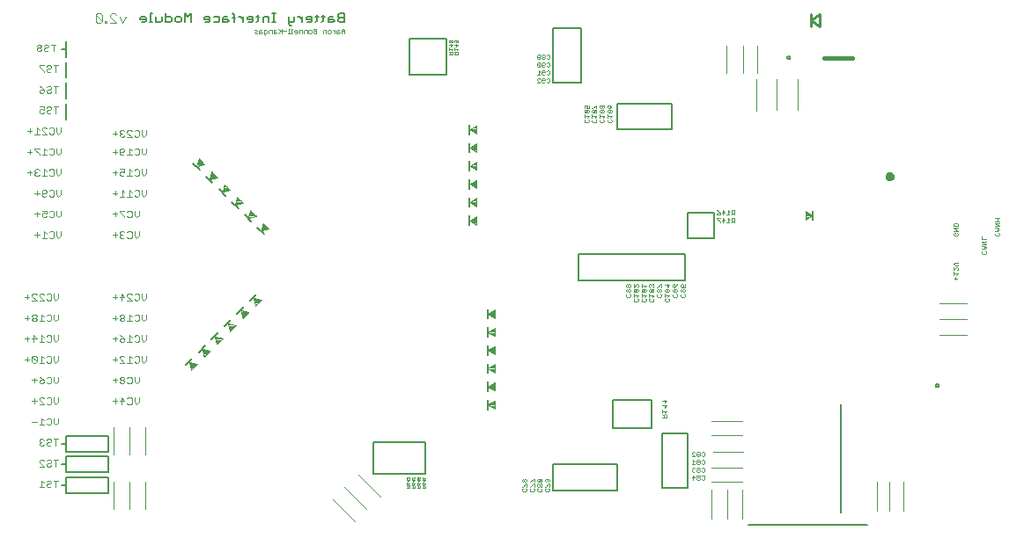
<source format=gbo>
G75*
G70*
%OFA0B0*%
%FSLAX24Y24*%
%IPPOS*%
%LPD*%
%AMOC8*
5,1,8,0,0,1.08239X$1,22.5*
%
%ADD10C,0.0059*%
%ADD11C,0.0020*%
%ADD12C,0.0030*%
%ADD13C,0.0040*%
%ADD14C,0.0060*%
%ADD15C,0.0039*%
%ADD16C,0.0080*%
%ADD17C,0.0050*%
%ADD18C,0.0150*%
%ADD19C,0.0100*%
%ADD20C,0.0010*%
%ADD21C,0.0079*%
%ADD22C,0.0157*%
D10*
X006342Y004616D02*
X006342Y004911D01*
X006145Y004911D01*
X006342Y004911D02*
X006342Y005206D01*
X007917Y005206D01*
X007917Y004616D01*
X006342Y004616D01*
X006342Y005403D02*
X006342Y005698D01*
X006145Y005698D01*
X006342Y005698D02*
X006342Y005994D01*
X007917Y005994D01*
X007917Y005403D01*
X006342Y005403D01*
X006342Y006190D02*
X006342Y006486D01*
X006145Y006486D01*
X006342Y006486D02*
X006342Y006781D01*
X007917Y006781D01*
X007917Y006190D01*
X006342Y006190D01*
X017956Y006535D02*
X017956Y005354D01*
X019925Y005354D01*
X019925Y006535D01*
X017956Y006535D01*
X024748Y005698D02*
X024748Y004714D01*
X027208Y004714D01*
X027208Y005698D01*
X024748Y005698D01*
X027011Y007076D02*
X027011Y008159D01*
X028488Y008159D01*
X028488Y007076D01*
X027011Y007076D01*
X028882Y006879D02*
X028882Y004812D01*
X029866Y004812D01*
X029866Y006879D01*
X028882Y006879D01*
X029767Y012686D02*
X025732Y012686D01*
X025732Y013671D01*
X029767Y013671D01*
X029767Y012686D01*
X029866Y014261D02*
X030850Y014261D01*
X030850Y015246D01*
X029866Y015246D01*
X029866Y014261D01*
X029275Y018395D02*
X027208Y018395D01*
X027208Y019379D01*
X029275Y019379D01*
X029275Y018395D01*
X025830Y020167D02*
X025830Y022234D01*
X024748Y022234D01*
X024748Y020167D01*
X025830Y020167D01*
X020712Y020462D02*
X020712Y021840D01*
X019334Y021840D01*
X019334Y020462D01*
X020712Y020462D01*
X006342Y020364D02*
X006342Y020954D01*
X006342Y021151D02*
X006342Y021446D01*
X006145Y021446D01*
X006342Y021446D02*
X006342Y021742D01*
X006342Y020167D02*
X006342Y019576D01*
X006342Y019379D02*
X006342Y018789D01*
D11*
X013454Y022076D02*
X013483Y022106D01*
X013542Y022106D01*
X013571Y022135D01*
X013542Y022165D01*
X013454Y022165D01*
X013454Y022076D02*
X013483Y022047D01*
X013571Y022047D01*
X013635Y022047D02*
X013723Y022047D01*
X013753Y022076D01*
X013723Y022106D01*
X013635Y022106D01*
X013635Y022135D02*
X013635Y022047D01*
X013635Y022135D02*
X013664Y022165D01*
X013723Y022165D01*
X013816Y022165D02*
X013904Y022165D01*
X013934Y022135D01*
X013934Y022076D01*
X013904Y022047D01*
X013816Y022047D01*
X013816Y022017D02*
X013816Y022165D01*
X013816Y022017D02*
X013845Y021988D01*
X013875Y021988D01*
X013997Y022047D02*
X013997Y022135D01*
X014027Y022165D01*
X014115Y022165D01*
X014115Y022047D01*
X014178Y022047D02*
X014267Y022047D01*
X014296Y022076D01*
X014267Y022106D01*
X014178Y022106D01*
X014178Y022135D02*
X014178Y022047D01*
X014178Y022135D02*
X014208Y022165D01*
X014267Y022165D01*
X014360Y022224D02*
X014478Y022106D01*
X014448Y022135D02*
X014360Y022047D01*
X014478Y022047D02*
X014478Y022224D01*
X014541Y022135D02*
X014659Y022135D01*
X014721Y022047D02*
X014780Y022047D01*
X014750Y022047D02*
X014750Y022224D01*
X014780Y022224D01*
X014871Y022224D02*
X014871Y022047D01*
X014900Y022047D02*
X014841Y022047D01*
X014964Y022106D02*
X015082Y022106D01*
X015082Y022135D02*
X015052Y022165D01*
X014993Y022165D01*
X014964Y022135D01*
X014964Y022106D01*
X014993Y022047D02*
X015052Y022047D01*
X015082Y022076D01*
X015082Y022135D01*
X015145Y022135D02*
X015145Y022047D01*
X015145Y022135D02*
X015174Y022165D01*
X015263Y022165D01*
X015263Y022047D01*
X015326Y022047D02*
X015326Y022135D01*
X015356Y022165D01*
X015444Y022165D01*
X015444Y022047D01*
X015507Y022076D02*
X015507Y022135D01*
X015537Y022165D01*
X015596Y022165D01*
X015625Y022135D01*
X015625Y022076D01*
X015596Y022047D01*
X015537Y022047D01*
X015507Y022076D01*
X015689Y022076D02*
X015718Y022047D01*
X015807Y022047D01*
X015807Y022224D01*
X015718Y022224D01*
X015689Y022194D01*
X015689Y022165D01*
X015718Y022135D01*
X015807Y022135D01*
X015718Y022135D02*
X015689Y022106D01*
X015689Y022076D01*
X016051Y022047D02*
X016051Y022135D01*
X016081Y022165D01*
X016169Y022165D01*
X016169Y022047D01*
X016232Y022076D02*
X016232Y022135D01*
X016262Y022165D01*
X016321Y022165D01*
X016350Y022135D01*
X016350Y022076D01*
X016321Y022047D01*
X016262Y022047D01*
X016232Y022076D01*
X016413Y022165D02*
X016442Y022165D01*
X016501Y022106D01*
X016501Y022047D02*
X016501Y022165D01*
X016564Y022135D02*
X016564Y022047D01*
X016653Y022047D01*
X016682Y022076D01*
X016653Y022106D01*
X016564Y022106D01*
X016564Y022135D02*
X016594Y022165D01*
X016653Y022165D01*
X016746Y022165D02*
X016746Y022047D01*
X016746Y022135D02*
X016864Y022135D01*
X016864Y022165D02*
X016805Y022224D01*
X016746Y022165D01*
X016864Y022165D02*
X016864Y022047D01*
X014900Y022224D02*
X014871Y022224D01*
X020821Y021763D02*
X020821Y021717D01*
X020844Y021694D01*
X020867Y021694D01*
X020889Y021717D01*
X020889Y021763D01*
X020867Y021786D01*
X020844Y021786D01*
X020821Y021763D01*
X020889Y021763D02*
X020912Y021786D01*
X020935Y021786D01*
X020958Y021763D01*
X020958Y021717D01*
X020935Y021694D01*
X020912Y021694D01*
X020889Y021717D01*
X020889Y021641D02*
X020889Y021549D01*
X020958Y021618D01*
X020821Y021618D01*
X020821Y021496D02*
X020821Y021404D01*
X020821Y021450D02*
X020958Y021450D01*
X020912Y021404D01*
X020889Y021351D02*
X020867Y021328D01*
X020867Y021259D01*
X020867Y021305D02*
X020821Y021351D01*
X020889Y021351D02*
X020935Y021351D01*
X020958Y021328D01*
X020958Y021259D01*
X020821Y021259D01*
X021018Y021259D02*
X021155Y021259D01*
X021155Y021328D01*
X021132Y021351D01*
X021086Y021351D01*
X021063Y021328D01*
X021063Y021259D01*
X021063Y021305D02*
X021018Y021351D01*
X021018Y021404D02*
X021018Y021496D01*
X021018Y021450D02*
X021155Y021450D01*
X021109Y021404D01*
X021086Y021549D02*
X021155Y021618D01*
X021018Y021618D01*
X021086Y021641D02*
X021086Y021549D01*
X021109Y021694D02*
X021086Y021717D01*
X021086Y021786D01*
X021040Y021786D02*
X021132Y021786D01*
X021155Y021763D01*
X021155Y021717D01*
X021132Y021694D01*
X021109Y021694D01*
X021040Y021694D02*
X021018Y021717D01*
X021018Y021763D01*
X021040Y021786D01*
D12*
X024161Y021207D02*
X024188Y021235D01*
X024244Y021235D01*
X024272Y021207D01*
X024272Y021179D01*
X024244Y021151D01*
X024161Y021151D01*
X024161Y021095D02*
X024161Y021207D01*
X024161Y021095D02*
X024188Y021068D01*
X024244Y021068D01*
X024272Y021095D01*
X024342Y021095D02*
X024370Y021068D01*
X024425Y021068D01*
X024453Y021095D01*
X024453Y021123D01*
X024425Y021151D01*
X024370Y021151D01*
X024342Y021123D01*
X024342Y021095D01*
X024370Y021151D02*
X024342Y021179D01*
X024342Y021207D01*
X024370Y021235D01*
X024425Y021235D01*
X024453Y021207D01*
X024453Y021179D01*
X024425Y021151D01*
X024523Y021095D02*
X024551Y021068D01*
X024606Y021068D01*
X024634Y021095D01*
X024634Y021207D01*
X024606Y021235D01*
X024551Y021235D01*
X024523Y021207D01*
X024551Y020939D02*
X024606Y020939D01*
X024634Y020911D01*
X024634Y020800D01*
X024606Y020772D01*
X024551Y020772D01*
X024523Y020800D01*
X024453Y020800D02*
X024425Y020772D01*
X024370Y020772D01*
X024342Y020800D01*
X024342Y020911D01*
X024370Y020939D01*
X024425Y020939D01*
X024453Y020911D01*
X024453Y020884D01*
X024425Y020856D01*
X024342Y020856D01*
X024272Y020911D02*
X024244Y020939D01*
X024188Y020939D01*
X024161Y020911D01*
X024272Y020800D01*
X024244Y020772D01*
X024188Y020772D01*
X024161Y020800D01*
X024161Y020911D01*
X024272Y020911D02*
X024272Y020800D01*
X024216Y020644D02*
X024216Y020477D01*
X024161Y020477D02*
X024272Y020477D01*
X024342Y020505D02*
X024342Y020616D01*
X024370Y020644D01*
X024425Y020644D01*
X024453Y020616D01*
X024453Y020588D01*
X024425Y020561D01*
X024342Y020561D01*
X024342Y020505D02*
X024370Y020477D01*
X024425Y020477D01*
X024453Y020505D01*
X024523Y020505D02*
X024551Y020477D01*
X024606Y020477D01*
X024634Y020505D01*
X024634Y020616D01*
X024606Y020644D01*
X024551Y020644D01*
X024523Y020616D01*
X024272Y020588D02*
X024216Y020644D01*
X024188Y020349D02*
X024161Y020321D01*
X024161Y020293D01*
X024272Y020182D01*
X024161Y020182D01*
X024188Y020349D02*
X024244Y020349D01*
X024272Y020321D01*
X024342Y020321D02*
X024370Y020349D01*
X024425Y020349D01*
X024453Y020321D01*
X024453Y020293D01*
X024425Y020265D01*
X024342Y020265D01*
X024342Y020210D02*
X024342Y020321D01*
X024342Y020210D02*
X024370Y020182D01*
X024425Y020182D01*
X024453Y020210D01*
X024523Y020210D02*
X024551Y020182D01*
X024606Y020182D01*
X024634Y020210D01*
X024634Y020321D01*
X024606Y020349D01*
X024551Y020349D01*
X024523Y020321D01*
X024523Y020911D02*
X024551Y020939D01*
X025972Y019324D02*
X025944Y019296D01*
X025944Y019241D01*
X025972Y019213D01*
X026027Y019213D02*
X026055Y019269D01*
X026055Y019296D01*
X026027Y019324D01*
X025972Y019324D01*
X026027Y019213D02*
X026111Y019213D01*
X026111Y019324D01*
X026239Y019213D02*
X026267Y019213D01*
X026378Y019324D01*
X026406Y019324D01*
X026406Y019213D01*
X026378Y019143D02*
X026267Y019032D01*
X026239Y019060D01*
X026239Y019115D01*
X026267Y019143D01*
X026378Y019143D01*
X026406Y019115D01*
X026406Y019060D01*
X026378Y019032D01*
X026267Y019032D01*
X026239Y018962D02*
X026239Y018851D01*
X026239Y018906D02*
X026406Y018906D01*
X026350Y018851D01*
X026378Y018781D02*
X026406Y018753D01*
X026406Y018697D01*
X026378Y018669D01*
X026267Y018669D01*
X026239Y018697D01*
X026239Y018753D01*
X026267Y018781D01*
X026111Y018753D02*
X026111Y018697D01*
X026083Y018669D01*
X025972Y018669D01*
X025944Y018697D01*
X025944Y018753D01*
X025972Y018781D01*
X025944Y018851D02*
X025944Y018962D01*
X025944Y018906D02*
X026111Y018906D01*
X026055Y018851D01*
X026083Y018781D02*
X026111Y018753D01*
X026083Y019032D02*
X026111Y019060D01*
X026111Y019115D01*
X026083Y019143D01*
X025972Y019032D01*
X025944Y019060D01*
X025944Y019115D01*
X025972Y019143D01*
X026083Y019143D01*
X026083Y019032D02*
X025972Y019032D01*
X026534Y019060D02*
X026562Y019032D01*
X026674Y019143D01*
X026562Y019143D01*
X026534Y019115D01*
X026534Y019060D01*
X026562Y019032D02*
X026674Y019032D01*
X026701Y019060D01*
X026701Y019115D01*
X026674Y019143D01*
X026674Y019213D02*
X026646Y019213D01*
X026618Y019241D01*
X026618Y019296D01*
X026590Y019324D01*
X026562Y019324D01*
X026534Y019296D01*
X026534Y019241D01*
X026562Y019213D01*
X026590Y019213D01*
X026618Y019241D01*
X026618Y019296D02*
X026646Y019324D01*
X026674Y019324D01*
X026701Y019296D01*
X026701Y019241D01*
X026674Y019213D01*
X026830Y019241D02*
X026830Y019296D01*
X026857Y019324D01*
X026885Y019324D01*
X026913Y019296D01*
X026913Y019213D01*
X026857Y019213D01*
X026830Y019241D01*
X026913Y019213D02*
X026969Y019269D01*
X026997Y019324D01*
X026969Y019143D02*
X026857Y019032D01*
X026830Y019060D01*
X026830Y019115D01*
X026857Y019143D01*
X026969Y019143D01*
X026997Y019115D01*
X026997Y019060D01*
X026969Y019032D01*
X026857Y019032D01*
X026830Y018962D02*
X026830Y018851D01*
X026830Y018906D02*
X026997Y018906D01*
X026941Y018851D01*
X026969Y018781D02*
X026997Y018753D01*
X026997Y018697D01*
X026969Y018669D01*
X026857Y018669D01*
X026830Y018697D01*
X026830Y018753D01*
X026857Y018781D01*
X026701Y018753D02*
X026701Y018697D01*
X026674Y018669D01*
X026562Y018669D01*
X026534Y018697D01*
X026534Y018753D01*
X026562Y018781D01*
X026534Y018851D02*
X026534Y018962D01*
X026534Y018906D02*
X026701Y018906D01*
X026646Y018851D01*
X026674Y018781D02*
X026701Y018753D01*
X030968Y015329D02*
X031023Y015301D01*
X031079Y015246D01*
X030995Y015246D01*
X030968Y015218D01*
X030968Y015190D01*
X030995Y015162D01*
X031051Y015162D01*
X031079Y015190D01*
X031079Y015246D01*
X031149Y015246D02*
X031260Y015246D01*
X031177Y015329D01*
X031177Y015162D01*
X031177Y015034D02*
X031260Y014950D01*
X031149Y014950D01*
X031177Y014867D02*
X031177Y015034D01*
X031079Y015034D02*
X030968Y015034D01*
X030968Y015006D01*
X031079Y014895D01*
X031079Y014867D01*
X031330Y014867D02*
X031441Y014867D01*
X031386Y014867D02*
X031386Y015034D01*
X031441Y014978D01*
X031511Y014950D02*
X031539Y014922D01*
X031622Y014922D01*
X031567Y014922D02*
X031511Y014867D01*
X031511Y014950D02*
X031511Y015006D01*
X031539Y015034D01*
X031622Y015034D01*
X031622Y014867D01*
X031622Y015162D02*
X031622Y015329D01*
X031539Y015329D01*
X031511Y015301D01*
X031511Y015246D01*
X031539Y015218D01*
X031622Y015218D01*
X031567Y015218D02*
X031511Y015162D01*
X031441Y015162D02*
X031330Y015162D01*
X031386Y015162D02*
X031386Y015329D01*
X031441Y015273D01*
X029753Y012533D02*
X029753Y012422D01*
X029669Y012422D01*
X029697Y012477D01*
X029697Y012505D01*
X029669Y012533D01*
X029613Y012533D01*
X029586Y012505D01*
X029586Y012450D01*
X029613Y012422D01*
X029613Y012352D02*
X029586Y012324D01*
X029586Y012268D01*
X029613Y012241D01*
X029641Y012241D01*
X029669Y012268D01*
X029669Y012324D01*
X029641Y012352D01*
X029613Y012352D01*
X029669Y012324D02*
X029697Y012352D01*
X029725Y012352D01*
X029753Y012324D01*
X029753Y012268D01*
X029725Y012241D01*
X029697Y012241D01*
X029669Y012268D01*
X029613Y012171D02*
X029586Y012143D01*
X029586Y012087D01*
X029613Y012059D01*
X029725Y012059D01*
X029753Y012087D01*
X029753Y012143D01*
X029725Y012171D01*
X029457Y012143D02*
X029457Y012087D01*
X029429Y012059D01*
X029318Y012059D01*
X029290Y012087D01*
X029290Y012143D01*
X029318Y012171D01*
X029318Y012241D02*
X029346Y012241D01*
X029374Y012268D01*
X029374Y012324D01*
X029346Y012352D01*
X029318Y012352D01*
X029290Y012324D01*
X029290Y012268D01*
X029318Y012241D01*
X029374Y012268D02*
X029402Y012241D01*
X029429Y012241D01*
X029457Y012268D01*
X029457Y012324D01*
X029429Y012352D01*
X029402Y012352D01*
X029374Y012324D01*
X029374Y012422D02*
X029318Y012422D01*
X029290Y012450D01*
X029290Y012505D01*
X029318Y012533D01*
X029346Y012533D01*
X029374Y012505D01*
X029374Y012422D01*
X029429Y012477D01*
X029457Y012533D01*
X029162Y012505D02*
X029078Y012422D01*
X029078Y012533D01*
X028995Y012505D02*
X029162Y012505D01*
X029134Y012352D02*
X029023Y012240D01*
X028995Y012268D01*
X028995Y012324D01*
X029023Y012352D01*
X029134Y012352D01*
X029162Y012324D01*
X029162Y012268D01*
X029134Y012240D01*
X029023Y012240D01*
X028995Y012171D02*
X028995Y012059D01*
X028995Y012115D02*
X029162Y012115D01*
X029106Y012059D01*
X029134Y011989D02*
X029162Y011961D01*
X029162Y011906D01*
X029134Y011878D01*
X029023Y011878D01*
X028995Y011906D01*
X028995Y011961D01*
X029023Y011989D01*
X028867Y012087D02*
X028839Y012059D01*
X028728Y012059D01*
X028700Y012087D01*
X028700Y012143D01*
X028728Y012171D01*
X028728Y012241D02*
X028755Y012241D01*
X028783Y012268D01*
X028783Y012324D01*
X028755Y012352D01*
X028728Y012352D01*
X028700Y012324D01*
X028700Y012268D01*
X028728Y012241D01*
X028783Y012268D02*
X028811Y012241D01*
X028839Y012241D01*
X028867Y012268D01*
X028867Y012324D01*
X028839Y012352D01*
X028811Y012352D01*
X028783Y012324D01*
X028728Y012422D02*
X028700Y012422D01*
X028728Y012422D02*
X028839Y012533D01*
X028867Y012533D01*
X028867Y012422D01*
X028839Y012171D02*
X028867Y012143D01*
X028867Y012087D01*
X028571Y012115D02*
X028404Y012115D01*
X028404Y012059D02*
X028404Y012171D01*
X028432Y012240D02*
X028544Y012352D01*
X028432Y012352D01*
X028404Y012324D01*
X028404Y012268D01*
X028432Y012240D01*
X028544Y012240D01*
X028571Y012268D01*
X028571Y012324D01*
X028544Y012352D01*
X028544Y012422D02*
X028571Y012449D01*
X028571Y012505D01*
X028544Y012533D01*
X028516Y012533D01*
X028488Y012505D01*
X028460Y012533D01*
X028432Y012533D01*
X028404Y012505D01*
X028404Y012449D01*
X028432Y012422D01*
X028488Y012477D02*
X028488Y012505D01*
X028276Y012477D02*
X028109Y012477D01*
X028109Y012422D02*
X028109Y012533D01*
X027981Y012505D02*
X027981Y012449D01*
X027953Y012422D01*
X027953Y012352D02*
X027842Y012240D01*
X027814Y012268D01*
X027814Y012324D01*
X027842Y012352D01*
X027953Y012352D01*
X027981Y012324D01*
X027981Y012268D01*
X027953Y012240D01*
X027842Y012240D01*
X027814Y012171D02*
X027814Y012059D01*
X027814Y012115D02*
X027981Y012115D01*
X027925Y012059D01*
X027953Y011989D02*
X027981Y011961D01*
X027981Y011906D01*
X027953Y011878D01*
X027842Y011878D01*
X027814Y011906D01*
X027814Y011961D01*
X027842Y011989D01*
X027686Y012087D02*
X027658Y012059D01*
X027546Y012059D01*
X027519Y012087D01*
X027519Y012143D01*
X027546Y012171D01*
X027546Y012241D02*
X027574Y012241D01*
X027602Y012268D01*
X027602Y012324D01*
X027574Y012352D01*
X027546Y012352D01*
X027519Y012324D01*
X027519Y012268D01*
X027546Y012241D01*
X027602Y012268D02*
X027630Y012241D01*
X027658Y012241D01*
X027686Y012268D01*
X027686Y012324D01*
X027658Y012352D01*
X027630Y012352D01*
X027602Y012324D01*
X027574Y012422D02*
X027602Y012450D01*
X027602Y012505D01*
X027574Y012533D01*
X027546Y012533D01*
X027519Y012505D01*
X027519Y012450D01*
X027546Y012422D01*
X027574Y012422D01*
X027602Y012450D02*
X027630Y012422D01*
X027658Y012422D01*
X027686Y012450D01*
X027686Y012505D01*
X027658Y012533D01*
X027630Y012533D01*
X027602Y012505D01*
X027814Y012533D02*
X027814Y012422D01*
X027925Y012533D01*
X027953Y012533D01*
X027981Y012505D01*
X028137Y012352D02*
X028109Y012324D01*
X028109Y012268D01*
X028137Y012240D01*
X028248Y012352D01*
X028137Y012352D01*
X028220Y012422D02*
X028276Y012477D01*
X028248Y012352D02*
X028276Y012324D01*
X028276Y012268D01*
X028248Y012240D01*
X028137Y012240D01*
X028109Y012171D02*
X028109Y012059D01*
X028109Y012115D02*
X028276Y012115D01*
X028220Y012059D01*
X028248Y011989D02*
X028276Y011961D01*
X028276Y011906D01*
X028248Y011878D01*
X028137Y011878D01*
X028109Y011906D01*
X028109Y011961D01*
X028137Y011989D01*
X028404Y011961D02*
X028432Y011989D01*
X028404Y011961D02*
X028404Y011906D01*
X028432Y011878D01*
X028544Y011878D01*
X028571Y011906D01*
X028571Y011961D01*
X028544Y011989D01*
X028516Y012059D02*
X028571Y012115D01*
X029429Y012171D02*
X029457Y012143D01*
X027686Y012143D02*
X027686Y012087D01*
X027686Y012143D02*
X027658Y012171D01*
X028980Y008140D02*
X028980Y008029D01*
X029064Y008112D01*
X028897Y008112D01*
X028980Y007959D02*
X028980Y007847D01*
X029064Y007931D01*
X028897Y007931D01*
X028897Y007777D02*
X028897Y007666D01*
X028897Y007722D02*
X029064Y007722D01*
X029008Y007666D01*
X029036Y007596D02*
X028980Y007596D01*
X028952Y007568D01*
X028952Y007485D01*
X028897Y007485D02*
X029064Y007485D01*
X029064Y007568D01*
X029036Y007596D01*
X028952Y007541D02*
X028897Y007596D01*
X030047Y006176D02*
X030103Y006176D01*
X030131Y006148D01*
X030200Y006148D02*
X030200Y006120D01*
X030228Y006092D01*
X030284Y006092D01*
X030312Y006120D01*
X030312Y006148D01*
X030284Y006176D01*
X030228Y006176D01*
X030200Y006148D01*
X030228Y006092D02*
X030200Y006064D01*
X030200Y006036D01*
X030228Y006009D01*
X030284Y006009D01*
X030312Y006036D01*
X030312Y006064D01*
X030284Y006092D01*
X030382Y006036D02*
X030410Y006009D01*
X030465Y006009D01*
X030493Y006036D01*
X030493Y006148D01*
X030465Y006176D01*
X030410Y006176D01*
X030382Y006148D01*
X030410Y005880D02*
X030465Y005880D01*
X030493Y005852D01*
X030493Y005741D01*
X030465Y005713D01*
X030410Y005713D01*
X030382Y005741D01*
X030312Y005741D02*
X030312Y005769D01*
X030284Y005797D01*
X030228Y005797D01*
X030200Y005769D01*
X030200Y005741D01*
X030228Y005713D01*
X030284Y005713D01*
X030312Y005741D01*
X030284Y005797D02*
X030312Y005825D01*
X030312Y005852D01*
X030284Y005880D01*
X030228Y005880D01*
X030200Y005852D01*
X030200Y005825D01*
X030228Y005797D01*
X030131Y005825D02*
X030075Y005880D01*
X030075Y005713D01*
X030131Y005713D02*
X030019Y005713D01*
X030047Y005585D02*
X030019Y005557D01*
X030019Y005529D01*
X030047Y005501D01*
X030019Y005474D01*
X030019Y005446D01*
X030047Y005418D01*
X030103Y005418D01*
X030131Y005446D01*
X030200Y005446D02*
X030228Y005418D01*
X030284Y005418D01*
X030312Y005446D01*
X030312Y005474D01*
X030284Y005501D01*
X030228Y005501D01*
X030200Y005474D01*
X030200Y005446D01*
X030228Y005501D02*
X030200Y005529D01*
X030200Y005557D01*
X030228Y005585D01*
X030284Y005585D01*
X030312Y005557D01*
X030312Y005529D01*
X030284Y005501D01*
X030382Y005446D02*
X030410Y005418D01*
X030465Y005418D01*
X030493Y005446D01*
X030493Y005557D01*
X030465Y005585D01*
X030410Y005585D01*
X030382Y005557D01*
X030131Y005557D02*
X030103Y005585D01*
X030047Y005585D01*
X030047Y005501D02*
X030075Y005501D01*
X030047Y005290D02*
X030131Y005206D01*
X030019Y005206D01*
X030047Y005123D02*
X030047Y005290D01*
X030200Y005262D02*
X030200Y005234D01*
X030228Y005206D01*
X030284Y005206D01*
X030312Y005234D01*
X030312Y005262D01*
X030284Y005290D01*
X030228Y005290D01*
X030200Y005262D01*
X030228Y005206D02*
X030200Y005178D01*
X030200Y005151D01*
X030228Y005123D01*
X030284Y005123D01*
X030312Y005151D01*
X030312Y005178D01*
X030284Y005206D01*
X030382Y005151D02*
X030410Y005123D01*
X030465Y005123D01*
X030493Y005151D01*
X030493Y005262D01*
X030465Y005290D01*
X030410Y005290D01*
X030382Y005262D01*
X030382Y005852D02*
X030410Y005880D01*
X030131Y006009D02*
X030019Y006120D01*
X030019Y006148D01*
X030047Y006176D01*
X030019Y006009D02*
X030131Y006009D01*
X024634Y005123D02*
X024634Y005068D01*
X024607Y005040D01*
X024579Y005040D01*
X024551Y005068D01*
X024551Y005151D01*
X024607Y005151D02*
X024634Y005123D01*
X024607Y005151D02*
X024495Y005151D01*
X024467Y005123D01*
X024467Y005068D01*
X024495Y005040D01*
X024607Y004970D02*
X024495Y004859D01*
X024467Y004859D01*
X024495Y004789D02*
X024467Y004761D01*
X024467Y004705D01*
X024495Y004677D01*
X024607Y004677D01*
X024634Y004705D01*
X024634Y004761D01*
X024607Y004789D01*
X024634Y004859D02*
X024634Y004970D01*
X024607Y004970D01*
X024339Y004942D02*
X024311Y004970D01*
X024283Y004970D01*
X024256Y004942D01*
X024256Y004886D01*
X024283Y004859D01*
X024311Y004859D01*
X024339Y004886D01*
X024339Y004942D01*
X024256Y004942D02*
X024228Y004970D01*
X024200Y004970D01*
X024172Y004942D01*
X024172Y004886D01*
X024200Y004859D01*
X024228Y004859D01*
X024256Y004886D01*
X024311Y004789D02*
X024339Y004761D01*
X024339Y004705D01*
X024311Y004677D01*
X024200Y004677D01*
X024172Y004705D01*
X024172Y004761D01*
X024200Y004789D01*
X024044Y004761D02*
X024044Y004705D01*
X024016Y004677D01*
X023905Y004677D01*
X023877Y004705D01*
X023877Y004761D01*
X023905Y004789D01*
X023905Y004859D02*
X023877Y004859D01*
X023905Y004859D02*
X024016Y004970D01*
X024044Y004970D01*
X024044Y004859D01*
X024016Y004789D02*
X024044Y004761D01*
X024044Y005040D02*
X024044Y005151D01*
X024016Y005151D01*
X023905Y005040D01*
X023877Y005040D01*
X023749Y005068D02*
X023749Y005123D01*
X023721Y005151D01*
X023693Y005151D01*
X023665Y005123D01*
X023665Y005068D01*
X023693Y005040D01*
X023721Y005040D01*
X023749Y005068D01*
X023665Y005068D02*
X023637Y005040D01*
X023609Y005040D01*
X023582Y005068D01*
X023582Y005123D01*
X023609Y005151D01*
X023637Y005151D01*
X023665Y005123D01*
X023721Y004970D02*
X023609Y004859D01*
X023582Y004859D01*
X023609Y004789D02*
X023582Y004761D01*
X023582Y004705D01*
X023609Y004677D01*
X023721Y004677D01*
X023749Y004705D01*
X023749Y004761D01*
X023721Y004789D01*
X023749Y004859D02*
X023749Y004970D01*
X023721Y004970D01*
X024172Y005068D02*
X024200Y005040D01*
X024311Y005151D01*
X024200Y005151D01*
X024172Y005123D01*
X024172Y005068D01*
X024200Y005040D02*
X024311Y005040D01*
X024339Y005068D01*
X024339Y005123D01*
X024311Y005151D01*
X039948Y012757D02*
X040059Y012757D01*
X040004Y012701D02*
X040004Y012813D01*
X040031Y012883D02*
X040087Y012938D01*
X039920Y012938D01*
X039920Y012883D02*
X039920Y012994D01*
X039920Y013064D02*
X040031Y013175D01*
X040059Y013175D01*
X040087Y013147D01*
X040087Y013092D01*
X040059Y013064D01*
X039920Y013064D02*
X039920Y013175D01*
X039976Y013245D02*
X039920Y013301D01*
X039976Y013356D01*
X040087Y013356D01*
X040087Y013245D02*
X039976Y013245D01*
X041003Y013714D02*
X041003Y013769D01*
X041031Y013797D01*
X041003Y013867D02*
X041114Y013867D01*
X041170Y013923D01*
X041114Y013978D01*
X041003Y013978D01*
X041003Y014048D02*
X041170Y014048D01*
X041003Y014159D01*
X041170Y014159D01*
X041170Y014229D02*
X041003Y014229D01*
X041003Y014341D01*
X041086Y013978D02*
X041086Y013867D01*
X041142Y013797D02*
X041170Y013769D01*
X041170Y013714D01*
X041142Y013686D01*
X041031Y013686D01*
X041003Y013714D01*
X041523Y014375D02*
X041495Y014402D01*
X041495Y014458D01*
X041523Y014486D01*
X041495Y014556D02*
X041606Y014556D01*
X041662Y014612D01*
X041606Y014667D01*
X041495Y014667D01*
X041495Y014737D02*
X041662Y014737D01*
X041495Y014848D01*
X041662Y014848D01*
X041662Y014918D02*
X041495Y014918D01*
X041578Y014918D02*
X041578Y015030D01*
X041495Y015030D02*
X041662Y015030D01*
X041578Y014667D02*
X041578Y014556D01*
X041634Y014486D02*
X041662Y014458D01*
X041662Y014402D01*
X041634Y014375D01*
X041523Y014375D01*
X040087Y014402D02*
X040059Y014375D01*
X039948Y014375D01*
X039920Y014402D01*
X039920Y014458D01*
X039948Y014486D01*
X040004Y014486D01*
X040004Y014430D01*
X040059Y014486D02*
X040087Y014458D01*
X040087Y014402D01*
X040087Y014556D02*
X039920Y014667D01*
X040087Y014667D01*
X040087Y014737D02*
X040087Y014821D01*
X040059Y014848D01*
X039948Y014848D01*
X039920Y014821D01*
X039920Y014737D01*
X040087Y014737D01*
X040087Y014556D02*
X039920Y014556D01*
D13*
X009355Y015941D02*
X009270Y015856D01*
X009185Y015941D01*
X009185Y016112D01*
X009083Y016069D02*
X009083Y015899D01*
X009040Y015856D01*
X008955Y015856D01*
X008913Y015899D01*
X008811Y015856D02*
X008641Y015856D01*
X008726Y015856D02*
X008726Y016112D01*
X008811Y016026D01*
X008913Y016069D02*
X008955Y016112D01*
X009040Y016112D01*
X009083Y016069D01*
X009355Y016112D02*
X009355Y015941D01*
X009083Y015324D02*
X009083Y015154D01*
X008998Y015069D01*
X008913Y015154D01*
X008913Y015324D01*
X008811Y015282D02*
X008811Y015111D01*
X008769Y015069D01*
X008683Y015069D01*
X008641Y015111D01*
X008539Y015111D02*
X008539Y015069D01*
X008539Y015111D02*
X008369Y015282D01*
X008369Y015324D01*
X008539Y015324D01*
X008641Y015282D02*
X008683Y015324D01*
X008769Y015324D01*
X008811Y015282D01*
X008267Y015196D02*
X008097Y015196D01*
X008182Y015282D02*
X008182Y015111D01*
X008412Y014537D02*
X008369Y014494D01*
X008369Y014452D01*
X008412Y014409D01*
X008369Y014366D01*
X008369Y014324D01*
X008412Y014281D01*
X008497Y014281D01*
X008539Y014324D01*
X008641Y014324D02*
X008683Y014281D01*
X008769Y014281D01*
X008811Y014324D01*
X008811Y014494D01*
X008769Y014537D01*
X008683Y014537D01*
X008641Y014494D01*
X008539Y014494D02*
X008497Y014537D01*
X008412Y014537D01*
X008412Y014409D02*
X008454Y014409D01*
X008267Y014409D02*
X008097Y014409D01*
X008182Y014494D02*
X008182Y014324D01*
X008913Y014366D02*
X008913Y014537D01*
X009083Y014537D02*
X009083Y014366D01*
X008998Y014281D01*
X008913Y014366D01*
X008539Y015856D02*
X008369Y015856D01*
X008454Y015856D02*
X008454Y016112D01*
X008539Y016026D01*
X008267Y015984D02*
X008097Y015984D01*
X008182Y016069D02*
X008182Y015899D01*
X008412Y016643D02*
X008497Y016643D01*
X008539Y016686D01*
X008539Y016771D02*
X008454Y016814D01*
X008412Y016814D01*
X008369Y016771D01*
X008369Y016686D01*
X008412Y016643D01*
X008539Y016771D02*
X008539Y016899D01*
X008369Y016899D01*
X008267Y016771D02*
X008097Y016771D01*
X008182Y016856D02*
X008182Y016686D01*
X008641Y016643D02*
X008811Y016643D01*
X008726Y016643D02*
X008726Y016899D01*
X008811Y016814D01*
X008913Y016856D02*
X008955Y016899D01*
X009040Y016899D01*
X009083Y016856D01*
X009083Y016686D01*
X009040Y016643D01*
X008955Y016643D01*
X008913Y016686D01*
X009185Y016729D02*
X009185Y016899D01*
X009355Y016899D02*
X009355Y016729D01*
X009270Y016643D01*
X009185Y016729D01*
X009270Y017431D02*
X009185Y017516D01*
X009185Y017686D01*
X009083Y017644D02*
X009083Y017473D01*
X009040Y017431D01*
X008955Y017431D01*
X008913Y017473D01*
X008811Y017431D02*
X008641Y017431D01*
X008726Y017431D02*
X008726Y017686D01*
X008811Y017601D01*
X008913Y017644D02*
X008955Y017686D01*
X009040Y017686D01*
X009083Y017644D01*
X009355Y017686D02*
X009355Y017516D01*
X009270Y017431D01*
X009270Y018120D02*
X009185Y018205D01*
X009185Y018375D01*
X009083Y018333D02*
X009083Y018162D01*
X009040Y018120D01*
X008955Y018120D01*
X008913Y018162D01*
X008811Y018120D02*
X008641Y018290D01*
X008641Y018333D01*
X008683Y018375D01*
X008769Y018375D01*
X008811Y018333D01*
X008913Y018333D02*
X008955Y018375D01*
X009040Y018375D01*
X009083Y018333D01*
X009355Y018375D02*
X009355Y018205D01*
X009270Y018120D01*
X008811Y018120D02*
X008641Y018120D01*
X008539Y018162D02*
X008497Y018120D01*
X008412Y018120D01*
X008369Y018162D01*
X008369Y018205D01*
X008412Y018248D01*
X008454Y018248D01*
X008412Y018248D02*
X008369Y018290D01*
X008369Y018333D01*
X008412Y018375D01*
X008497Y018375D01*
X008539Y018333D01*
X008267Y018248D02*
X008097Y018248D01*
X008182Y018333D02*
X008182Y018162D01*
X008182Y017644D02*
X008182Y017473D01*
X008267Y017559D02*
X008097Y017559D01*
X008369Y017559D02*
X008497Y017559D01*
X008539Y017601D01*
X008539Y017644D01*
X008497Y017686D01*
X008412Y017686D01*
X008369Y017644D01*
X008369Y017473D01*
X008412Y017431D01*
X008497Y017431D01*
X008539Y017473D01*
X006125Y017516D02*
X006040Y017431D01*
X005955Y017516D01*
X005955Y017686D01*
X005854Y017644D02*
X005854Y017473D01*
X005811Y017431D01*
X005726Y017431D01*
X005683Y017473D01*
X005582Y017431D02*
X005411Y017431D01*
X005496Y017431D02*
X005496Y017686D01*
X005582Y017601D01*
X005683Y017644D02*
X005726Y017686D01*
X005811Y017686D01*
X005854Y017644D01*
X006125Y017686D02*
X006125Y017516D01*
X005310Y017473D02*
X005310Y017431D01*
X005310Y017473D02*
X005139Y017644D01*
X005139Y017686D01*
X005310Y017686D01*
X005038Y017559D02*
X004868Y017559D01*
X004953Y017644D02*
X004953Y017473D01*
X004953Y016856D02*
X004953Y016686D01*
X005038Y016771D02*
X004868Y016771D01*
X005139Y016729D02*
X005139Y016686D01*
X005182Y016643D01*
X005267Y016643D01*
X005310Y016686D01*
X005411Y016643D02*
X005582Y016643D01*
X005496Y016643D02*
X005496Y016899D01*
X005582Y016814D01*
X005683Y016856D02*
X005726Y016899D01*
X005811Y016899D01*
X005854Y016856D01*
X005854Y016686D01*
X005811Y016643D01*
X005726Y016643D01*
X005683Y016686D01*
X005955Y016729D02*
X005955Y016899D01*
X006125Y016899D02*
X006125Y016729D01*
X006040Y016643D01*
X005955Y016729D01*
X005310Y016856D02*
X005267Y016899D01*
X005182Y016899D01*
X005139Y016856D01*
X005139Y016814D01*
X005182Y016771D01*
X005139Y016729D01*
X005182Y016771D02*
X005225Y016771D01*
X005454Y016112D02*
X005539Y016112D01*
X005582Y016069D01*
X005582Y016026D01*
X005539Y015984D01*
X005411Y015984D01*
X005411Y015899D02*
X005411Y016069D01*
X005454Y016112D01*
X005310Y015984D02*
X005139Y015984D01*
X005225Y016069D02*
X005225Y015899D01*
X005411Y015899D02*
X005454Y015856D01*
X005539Y015856D01*
X005582Y015899D01*
X005683Y015899D02*
X005726Y015856D01*
X005811Y015856D01*
X005854Y015899D01*
X005854Y016069D01*
X005811Y016112D01*
X005726Y016112D01*
X005683Y016069D01*
X005955Y016112D02*
X005955Y015941D01*
X006040Y015856D01*
X006125Y015941D01*
X006125Y016112D01*
X006125Y015324D02*
X006125Y015154D01*
X006040Y015069D01*
X005955Y015154D01*
X005955Y015324D01*
X005854Y015282D02*
X005854Y015111D01*
X005811Y015069D01*
X005726Y015069D01*
X005683Y015111D01*
X005582Y015111D02*
X005539Y015069D01*
X005454Y015069D01*
X005411Y015111D01*
X005411Y015196D01*
X005454Y015239D01*
X005496Y015239D01*
X005582Y015196D01*
X005582Y015324D01*
X005411Y015324D01*
X005310Y015196D02*
X005139Y015196D01*
X005225Y015111D02*
X005225Y015282D01*
X005683Y015282D02*
X005726Y015324D01*
X005811Y015324D01*
X005854Y015282D01*
X005811Y014537D02*
X005854Y014494D01*
X005854Y014324D01*
X005811Y014281D01*
X005726Y014281D01*
X005683Y014324D01*
X005582Y014281D02*
X005411Y014281D01*
X005496Y014281D02*
X005496Y014537D01*
X005582Y014452D01*
X005683Y014494D02*
X005726Y014537D01*
X005811Y014537D01*
X005955Y014537D02*
X005955Y014366D01*
X006040Y014281D01*
X006125Y014366D01*
X006125Y014537D01*
X005310Y014409D02*
X005139Y014409D01*
X005225Y014494D02*
X005225Y014324D01*
X005169Y012175D02*
X005084Y012175D01*
X005041Y012132D01*
X005041Y012089D01*
X005211Y011919D01*
X005041Y011919D01*
X004940Y012047D02*
X004769Y012047D01*
X004854Y012132D02*
X004854Y011962D01*
X005169Y012175D02*
X005211Y012132D01*
X005313Y012132D02*
X005356Y012175D01*
X005441Y012175D01*
X005483Y012132D01*
X005585Y012132D02*
X005627Y012175D01*
X005713Y012175D01*
X005755Y012132D01*
X005755Y011962D01*
X005713Y011919D01*
X005627Y011919D01*
X005585Y011962D01*
X005483Y011919D02*
X005313Y012089D01*
X005313Y012132D01*
X005313Y011919D02*
X005483Y011919D01*
X005857Y012004D02*
X005857Y012175D01*
X006027Y012175D02*
X006027Y012004D01*
X005942Y011919D01*
X005857Y012004D01*
X005857Y011387D02*
X005857Y011217D01*
X005942Y011132D01*
X006027Y011217D01*
X006027Y011387D01*
X005755Y011345D02*
X005755Y011174D01*
X005713Y011132D01*
X005627Y011132D01*
X005585Y011174D01*
X005483Y011132D02*
X005313Y011132D01*
X005398Y011132D02*
X005398Y011387D01*
X005483Y011302D01*
X005585Y011345D02*
X005627Y011387D01*
X005713Y011387D01*
X005755Y011345D01*
X005211Y011345D02*
X005211Y011302D01*
X005169Y011259D01*
X005084Y011259D01*
X005041Y011217D01*
X005041Y011174D01*
X005084Y011132D01*
X005169Y011132D01*
X005211Y011174D01*
X005211Y011217D01*
X005169Y011259D01*
X005084Y011259D02*
X005041Y011302D01*
X005041Y011345D01*
X005084Y011387D01*
X005169Y011387D01*
X005211Y011345D01*
X004940Y011259D02*
X004769Y011259D01*
X004854Y011345D02*
X004854Y011174D01*
X004854Y010557D02*
X004854Y010387D01*
X004940Y010472D02*
X004769Y010472D01*
X005041Y010472D02*
X005211Y010472D01*
X005084Y010600D01*
X005084Y010344D01*
X005313Y010344D02*
X005483Y010344D01*
X005398Y010344D02*
X005398Y010600D01*
X005483Y010515D01*
X005585Y010557D02*
X005627Y010600D01*
X005713Y010600D01*
X005755Y010557D01*
X005755Y010387D01*
X005713Y010344D01*
X005627Y010344D01*
X005585Y010387D01*
X005857Y010429D02*
X005857Y010600D01*
X006027Y010600D02*
X006027Y010429D01*
X005942Y010344D01*
X005857Y010429D01*
X005857Y009812D02*
X005857Y009642D01*
X005942Y009557D01*
X006027Y009642D01*
X006027Y009812D01*
X005755Y009770D02*
X005755Y009599D01*
X005713Y009557D01*
X005627Y009557D01*
X005585Y009599D01*
X005483Y009557D02*
X005313Y009557D01*
X005398Y009557D02*
X005398Y009812D01*
X005483Y009727D01*
X005585Y009770D02*
X005627Y009812D01*
X005713Y009812D01*
X005755Y009770D01*
X005211Y009770D02*
X005169Y009812D01*
X005084Y009812D01*
X005041Y009770D01*
X005211Y009599D01*
X005169Y009557D01*
X005084Y009557D01*
X005041Y009599D01*
X005041Y009770D01*
X004940Y009685D02*
X004769Y009685D01*
X004854Y009770D02*
X004854Y009599D01*
X005211Y009599D02*
X005211Y009770D01*
X005313Y009025D02*
X005398Y008982D01*
X005483Y008897D01*
X005356Y008897D01*
X005313Y008855D01*
X005313Y008812D01*
X005356Y008769D01*
X005441Y008769D01*
X005483Y008812D01*
X005483Y008897D01*
X005585Y008812D02*
X005627Y008769D01*
X005713Y008769D01*
X005755Y008812D01*
X005755Y008982D01*
X005713Y009025D01*
X005627Y009025D01*
X005585Y008982D01*
X005857Y009025D02*
X005857Y008855D01*
X005942Y008769D01*
X006027Y008855D01*
X006027Y009025D01*
X005211Y008897D02*
X005041Y008897D01*
X005126Y008982D02*
X005126Y008812D01*
X005126Y008195D02*
X005126Y008025D01*
X005211Y008110D02*
X005041Y008110D01*
X005313Y008152D02*
X005483Y007982D01*
X005313Y007982D01*
X005313Y008152D02*
X005313Y008195D01*
X005356Y008238D01*
X005441Y008238D01*
X005483Y008195D01*
X005585Y008195D02*
X005627Y008238D01*
X005713Y008238D01*
X005755Y008195D01*
X005755Y008025D01*
X005713Y007982D01*
X005627Y007982D01*
X005585Y008025D01*
X005857Y008067D02*
X005857Y008238D01*
X006027Y008238D02*
X006027Y008067D01*
X005942Y007982D01*
X005857Y008067D01*
X005857Y007450D02*
X005857Y007280D01*
X005942Y007195D01*
X006027Y007280D01*
X006027Y007450D01*
X005755Y007408D02*
X005713Y007450D01*
X005627Y007450D01*
X005585Y007408D01*
X005483Y007365D02*
X005398Y007450D01*
X005398Y007195D01*
X005483Y007195D02*
X005313Y007195D01*
X005211Y007322D02*
X005041Y007322D01*
X005585Y007237D02*
X005627Y007195D01*
X005713Y007195D01*
X005755Y007237D01*
X005755Y007408D01*
X005713Y006663D02*
X005627Y006663D01*
X005585Y006620D01*
X005627Y006535D02*
X005585Y006492D01*
X005585Y006450D01*
X005627Y006407D01*
X005713Y006407D01*
X005755Y006450D01*
X005713Y006535D02*
X005627Y006535D01*
X005713Y006535D02*
X005755Y006578D01*
X005755Y006620D01*
X005713Y006663D01*
X005857Y006663D02*
X006027Y006663D01*
X005942Y006663D02*
X005942Y006407D01*
X005483Y006450D02*
X005441Y006407D01*
X005356Y006407D01*
X005313Y006450D01*
X005313Y006492D01*
X005356Y006535D01*
X005398Y006535D01*
X005356Y006535D02*
X005313Y006578D01*
X005313Y006620D01*
X005356Y006663D01*
X005441Y006663D01*
X005483Y006620D01*
X005441Y005875D02*
X005483Y005833D01*
X005441Y005875D02*
X005356Y005875D01*
X005313Y005833D01*
X005313Y005790D01*
X005483Y005620D01*
X005313Y005620D01*
X005585Y005662D02*
X005627Y005620D01*
X005713Y005620D01*
X005755Y005662D01*
X005713Y005748D02*
X005627Y005748D01*
X005585Y005705D01*
X005585Y005662D01*
X005713Y005748D02*
X005755Y005790D01*
X005755Y005833D01*
X005713Y005875D01*
X005627Y005875D01*
X005585Y005833D01*
X005857Y005875D02*
X006027Y005875D01*
X005942Y005875D02*
X005942Y005620D01*
X005942Y005088D02*
X005942Y004832D01*
X005755Y004875D02*
X005713Y004832D01*
X005627Y004832D01*
X005585Y004875D01*
X005585Y004918D01*
X005627Y004960D01*
X005713Y004960D01*
X005755Y005003D01*
X005755Y005045D01*
X005713Y005088D01*
X005627Y005088D01*
X005585Y005045D01*
X005483Y005003D02*
X005398Y005088D01*
X005398Y004832D01*
X005483Y004832D02*
X005313Y004832D01*
X005857Y005088D02*
X006027Y005088D01*
X008182Y008025D02*
X008182Y008195D01*
X008267Y008110D02*
X008097Y008110D01*
X008369Y008110D02*
X008539Y008110D01*
X008412Y008238D01*
X008412Y007982D01*
X008641Y008025D02*
X008683Y007982D01*
X008769Y007982D01*
X008811Y008025D01*
X008811Y008195D01*
X008769Y008238D01*
X008683Y008238D01*
X008641Y008195D01*
X008913Y008238D02*
X008913Y008067D01*
X008998Y007982D01*
X009083Y008067D01*
X009083Y008238D01*
X008998Y008769D02*
X008913Y008855D01*
X008913Y009025D01*
X008811Y008982D02*
X008811Y008812D01*
X008769Y008769D01*
X008683Y008769D01*
X008641Y008812D01*
X008539Y008812D02*
X008539Y008855D01*
X008497Y008897D01*
X008412Y008897D01*
X008369Y008855D01*
X008369Y008812D01*
X008412Y008769D01*
X008497Y008769D01*
X008539Y008812D01*
X008497Y008897D02*
X008539Y008940D01*
X008539Y008982D01*
X008497Y009025D01*
X008412Y009025D01*
X008369Y008982D01*
X008369Y008940D01*
X008412Y008897D01*
X008267Y008897D02*
X008097Y008897D01*
X008182Y008982D02*
X008182Y008812D01*
X008641Y008982D02*
X008683Y009025D01*
X008769Y009025D01*
X008811Y008982D01*
X009083Y009025D02*
X009083Y008855D01*
X008998Y008769D01*
X008955Y009557D02*
X008913Y009599D01*
X008955Y009557D02*
X009040Y009557D01*
X009083Y009599D01*
X009083Y009770D01*
X009040Y009812D01*
X008955Y009812D01*
X008913Y009770D01*
X008811Y009727D02*
X008726Y009812D01*
X008726Y009557D01*
X008811Y009557D02*
X008641Y009557D01*
X008539Y009557D02*
X008369Y009727D01*
X008369Y009770D01*
X008412Y009812D01*
X008497Y009812D01*
X008539Y009770D01*
X008539Y009557D02*
X008369Y009557D01*
X008267Y009685D02*
X008097Y009685D01*
X008182Y009770D02*
X008182Y009599D01*
X008412Y010344D02*
X008369Y010387D01*
X008369Y010429D01*
X008412Y010472D01*
X008539Y010472D01*
X008539Y010387D01*
X008497Y010344D01*
X008412Y010344D01*
X008539Y010472D02*
X008454Y010557D01*
X008369Y010600D01*
X008267Y010472D02*
X008097Y010472D01*
X008182Y010557D02*
X008182Y010387D01*
X008641Y010344D02*
X008811Y010344D01*
X008726Y010344D02*
X008726Y010600D01*
X008811Y010515D01*
X008913Y010557D02*
X008955Y010600D01*
X009040Y010600D01*
X009083Y010557D01*
X009083Y010387D01*
X009040Y010344D01*
X008955Y010344D01*
X008913Y010387D01*
X009185Y010429D02*
X009185Y010600D01*
X009355Y010600D02*
X009355Y010429D01*
X009270Y010344D01*
X009185Y010429D01*
X009185Y009812D02*
X009185Y009642D01*
X009270Y009557D01*
X009355Y009642D01*
X009355Y009812D01*
X009270Y011132D02*
X009185Y011217D01*
X009185Y011387D01*
X009083Y011345D02*
X009083Y011174D01*
X009040Y011132D01*
X008955Y011132D01*
X008913Y011174D01*
X008811Y011132D02*
X008641Y011132D01*
X008726Y011132D02*
X008726Y011387D01*
X008811Y011302D01*
X008913Y011345D02*
X008955Y011387D01*
X009040Y011387D01*
X009083Y011345D01*
X009355Y011387D02*
X009355Y011217D01*
X009270Y011132D01*
X008539Y011174D02*
X008539Y011217D01*
X008497Y011259D01*
X008412Y011259D01*
X008369Y011217D01*
X008369Y011174D01*
X008412Y011132D01*
X008497Y011132D01*
X008539Y011174D01*
X008497Y011259D02*
X008539Y011302D01*
X008539Y011345D01*
X008497Y011387D01*
X008412Y011387D01*
X008369Y011345D01*
X008369Y011302D01*
X008412Y011259D01*
X008267Y011259D02*
X008097Y011259D01*
X008182Y011345D02*
X008182Y011174D01*
X008412Y011919D02*
X008412Y012175D01*
X008539Y012047D01*
X008369Y012047D01*
X008267Y012047D02*
X008097Y012047D01*
X008182Y012132D02*
X008182Y011962D01*
X008641Y011919D02*
X008811Y011919D01*
X008641Y012089D01*
X008641Y012132D01*
X008683Y012175D01*
X008769Y012175D01*
X008811Y012132D01*
X008913Y012132D02*
X008955Y012175D01*
X009040Y012175D01*
X009083Y012132D01*
X009083Y011962D01*
X009040Y011919D01*
X008955Y011919D01*
X008913Y011962D01*
X009185Y012004D02*
X009185Y012175D01*
X009355Y012175D02*
X009355Y012004D01*
X009270Y011919D01*
X009185Y012004D01*
X006040Y018218D02*
X005955Y018303D01*
X005955Y018474D01*
X005854Y018431D02*
X005854Y018261D01*
X005811Y018218D01*
X005726Y018218D01*
X005683Y018261D01*
X005582Y018218D02*
X005411Y018389D01*
X005411Y018431D01*
X005454Y018474D01*
X005539Y018474D01*
X005582Y018431D01*
X005683Y018431D02*
X005726Y018474D01*
X005811Y018474D01*
X005854Y018431D01*
X006125Y018474D02*
X006125Y018303D01*
X006040Y018218D01*
X005582Y018218D02*
X005411Y018218D01*
X005310Y018218D02*
X005139Y018218D01*
X005225Y018218D02*
X005225Y018474D01*
X005310Y018389D01*
X005038Y018346D02*
X004868Y018346D01*
X004953Y018431D02*
X004953Y018261D01*
X005356Y019006D02*
X005441Y019006D01*
X005483Y019048D01*
X005483Y019133D02*
X005398Y019176D01*
X005356Y019176D01*
X005313Y019133D01*
X005313Y019048D01*
X005356Y019006D01*
X005483Y019133D02*
X005483Y019261D01*
X005313Y019261D01*
X005585Y019219D02*
X005627Y019261D01*
X005713Y019261D01*
X005755Y019219D01*
X005755Y019176D01*
X005713Y019133D01*
X005627Y019133D01*
X005585Y019091D01*
X005585Y019048D01*
X005627Y019006D01*
X005713Y019006D01*
X005755Y019048D01*
X005942Y019006D02*
X005942Y019261D01*
X006027Y019261D02*
X005857Y019261D01*
X005942Y019793D02*
X005942Y020049D01*
X006027Y020049D02*
X005857Y020049D01*
X005755Y020006D02*
X005755Y019963D01*
X005713Y019921D01*
X005627Y019921D01*
X005585Y019878D01*
X005585Y019836D01*
X005627Y019793D01*
X005713Y019793D01*
X005755Y019836D01*
X005755Y020006D02*
X005713Y020049D01*
X005627Y020049D01*
X005585Y020006D01*
X005483Y019921D02*
X005356Y019921D01*
X005313Y019878D01*
X005313Y019836D01*
X005356Y019793D01*
X005441Y019793D01*
X005483Y019836D01*
X005483Y019921D01*
X005398Y020006D01*
X005313Y020049D01*
X005483Y020580D02*
X005483Y020623D01*
X005313Y020793D01*
X005313Y020836D01*
X005483Y020836D01*
X005585Y020793D02*
X005627Y020836D01*
X005713Y020836D01*
X005755Y020793D01*
X005755Y020751D01*
X005713Y020708D01*
X005627Y020708D01*
X005585Y020666D01*
X005585Y020623D01*
X005627Y020580D01*
X005713Y020580D01*
X005755Y020623D01*
X005942Y020580D02*
X005942Y020836D01*
X006027Y020836D02*
X005857Y020836D01*
X005843Y021368D02*
X005843Y021623D01*
X005758Y021623D02*
X005929Y021623D01*
X005657Y021581D02*
X005657Y021538D01*
X005614Y021496D01*
X005529Y021496D01*
X005486Y021453D01*
X005486Y021410D01*
X005529Y021368D01*
X005614Y021368D01*
X005657Y021410D01*
X005657Y021581D02*
X005614Y021623D01*
X005529Y021623D01*
X005486Y021581D01*
X005385Y021581D02*
X005385Y021538D01*
X005342Y021496D01*
X005257Y021496D01*
X005214Y021453D01*
X005214Y021410D01*
X005257Y021368D01*
X005342Y021368D01*
X005385Y021410D01*
X005385Y021453D01*
X005342Y021496D01*
X005257Y021496D02*
X005214Y021538D01*
X005214Y021581D01*
X005257Y021623D01*
X005342Y021623D01*
X005385Y021581D01*
X007444Y022510D02*
X007444Y022746D01*
X007680Y022510D01*
X007621Y022451D01*
X007503Y022451D01*
X007444Y022510D01*
X007444Y022746D02*
X007503Y022805D01*
X007621Y022805D01*
X007680Y022746D01*
X007680Y022510D01*
X007802Y022510D02*
X007802Y022451D01*
X007861Y022451D01*
X007861Y022510D01*
X007802Y022510D01*
X007988Y022451D02*
X008224Y022451D01*
X007988Y022687D01*
X007988Y022746D01*
X008047Y022805D01*
X008165Y022805D01*
X008224Y022746D01*
X008350Y022687D02*
X008468Y022451D01*
X008586Y022687D01*
D14*
X009130Y022628D02*
X009130Y022572D01*
X009352Y022572D01*
X009352Y022628D02*
X009297Y022683D01*
X009185Y022683D01*
X009130Y022628D01*
X009185Y022461D02*
X009297Y022461D01*
X009352Y022516D01*
X009352Y022628D01*
X009483Y022461D02*
X009594Y022461D01*
X009538Y022461D02*
X009538Y022795D01*
X009594Y022795D01*
X009734Y022683D02*
X009734Y022461D01*
X009901Y022461D01*
X009957Y022516D01*
X009957Y022683D01*
X010096Y022683D02*
X010263Y022683D01*
X010319Y022628D01*
X010319Y022516D01*
X010263Y022461D01*
X010096Y022461D01*
X010096Y022795D01*
X010459Y022628D02*
X010459Y022516D01*
X010515Y022461D01*
X010626Y022461D01*
X010681Y022516D01*
X010681Y022628D01*
X010626Y022683D01*
X010515Y022683D01*
X010459Y022628D01*
X010821Y022795D02*
X010821Y022461D01*
X011044Y022461D02*
X011044Y022795D01*
X010933Y022683D01*
X010821Y022795D01*
X011546Y022628D02*
X011546Y022572D01*
X011769Y022572D01*
X011769Y022628D02*
X011713Y022683D01*
X011602Y022683D01*
X011546Y022628D01*
X011602Y022461D02*
X011713Y022461D01*
X011769Y022516D01*
X011769Y022628D01*
X011909Y022683D02*
X012076Y022683D01*
X012131Y022628D01*
X012131Y022516D01*
X012076Y022461D01*
X011909Y022461D01*
X012271Y022461D02*
X012438Y022461D01*
X012494Y022516D01*
X012438Y022572D01*
X012271Y022572D01*
X012271Y022628D02*
X012271Y022461D01*
X012271Y022628D02*
X012327Y022683D01*
X012438Y022683D01*
X012624Y022628D02*
X012736Y022628D01*
X012680Y022739D02*
X012624Y022795D01*
X012680Y022739D02*
X012680Y022461D01*
X012871Y022683D02*
X012926Y022683D01*
X013038Y022572D01*
X013038Y022461D02*
X013038Y022683D01*
X013177Y022628D02*
X013177Y022572D01*
X013400Y022572D01*
X013400Y022628D02*
X013344Y022683D01*
X013233Y022683D01*
X013177Y022628D01*
X013233Y022461D02*
X013344Y022461D01*
X013400Y022516D01*
X013400Y022628D01*
X013530Y022683D02*
X013642Y022683D01*
X013586Y022739D02*
X013586Y022516D01*
X013530Y022461D01*
X013782Y022461D02*
X013782Y022628D01*
X013837Y022683D01*
X014004Y022683D01*
X014004Y022461D01*
X014135Y022461D02*
X014246Y022461D01*
X014190Y022461D02*
X014190Y022795D01*
X014135Y022795D02*
X014246Y022795D01*
X014748Y022683D02*
X014748Y022405D01*
X014804Y022349D01*
X014860Y022349D01*
X014915Y022461D02*
X014748Y022461D01*
X014915Y022461D02*
X014971Y022516D01*
X014971Y022683D01*
X015106Y022683D02*
X015162Y022683D01*
X015273Y022572D01*
X015273Y022461D02*
X015273Y022683D01*
X015413Y022628D02*
X015413Y022572D01*
X015635Y022572D01*
X015635Y022628D02*
X015580Y022683D01*
X015468Y022683D01*
X015413Y022628D01*
X015468Y022461D02*
X015580Y022461D01*
X015635Y022516D01*
X015635Y022628D01*
X015766Y022683D02*
X015877Y022683D01*
X015821Y022739D02*
X015821Y022516D01*
X015766Y022461D01*
X016007Y022461D02*
X016063Y022516D01*
X016063Y022739D01*
X016119Y022683D02*
X016007Y022683D01*
X016259Y022628D02*
X016259Y022461D01*
X016426Y022461D01*
X016481Y022516D01*
X016426Y022572D01*
X016259Y022572D01*
X016259Y022628D02*
X016314Y022683D01*
X016426Y022683D01*
X016621Y022683D02*
X016677Y022628D01*
X016844Y022628D01*
X016844Y022795D02*
X016677Y022795D01*
X016621Y022739D01*
X016621Y022683D01*
X016677Y022628D02*
X016621Y022572D01*
X016621Y022516D01*
X016677Y022461D01*
X016844Y022461D01*
X016844Y022795D01*
D15*
X021618Y018395D02*
X021874Y018553D01*
X021874Y018238D01*
X021618Y018395D01*
X021630Y018388D02*
X021874Y018388D01*
X021874Y018426D02*
X021667Y018426D01*
X021729Y018464D02*
X021874Y018464D01*
X021874Y018501D02*
X021791Y018501D01*
X021852Y018539D02*
X021874Y018539D01*
X021874Y018350D02*
X021691Y018350D01*
X021753Y018312D02*
X021874Y018312D01*
X021874Y018274D02*
X021815Y018274D01*
X021874Y017864D02*
X021618Y017706D01*
X021874Y017549D01*
X021874Y017864D01*
X021874Y017857D02*
X021863Y017857D01*
X021874Y017819D02*
X021801Y017819D01*
X021740Y017781D02*
X021874Y017781D01*
X021874Y017743D02*
X021678Y017743D01*
X021619Y017705D02*
X021874Y017705D01*
X021874Y017667D02*
X021681Y017667D01*
X021743Y017629D02*
X021874Y017629D01*
X021874Y017591D02*
X021804Y017591D01*
X021866Y017554D02*
X021874Y017554D01*
X021874Y017175D02*
X021618Y017017D01*
X021874Y016860D01*
X021874Y017175D01*
X021873Y017174D02*
X021874Y017174D01*
X021874Y017137D02*
X021812Y017137D01*
X021750Y017099D02*
X021874Y017099D01*
X021874Y017061D02*
X021689Y017061D01*
X021627Y017023D02*
X021874Y017023D01*
X021874Y016985D02*
X021670Y016985D01*
X021732Y016947D02*
X021874Y016947D01*
X021874Y016909D02*
X021794Y016909D01*
X021855Y016871D02*
X021874Y016871D01*
X021874Y016486D02*
X021618Y016328D01*
X021874Y016171D01*
X021874Y016486D01*
X021874Y016454D02*
X021822Y016454D01*
X021874Y016416D02*
X021761Y016416D01*
X021699Y016378D02*
X021874Y016378D01*
X021874Y016340D02*
X021638Y016340D01*
X021660Y016302D02*
X021874Y016302D01*
X021874Y016265D02*
X021721Y016265D01*
X021783Y016227D02*
X021874Y016227D01*
X021874Y016189D02*
X021844Y016189D01*
X021874Y015797D02*
X021618Y015639D01*
X021874Y015482D01*
X021874Y015797D01*
X021874Y015772D02*
X021833Y015772D01*
X021874Y015734D02*
X021771Y015734D01*
X021710Y015696D02*
X021874Y015696D01*
X021874Y015658D02*
X021648Y015658D01*
X021649Y015620D02*
X021874Y015620D01*
X021874Y015582D02*
X021711Y015582D01*
X021772Y015544D02*
X021874Y015544D01*
X021874Y015506D02*
X021834Y015506D01*
X021874Y015108D02*
X021618Y014950D01*
X021874Y014793D01*
X021874Y015108D01*
X021874Y015089D02*
X021844Y015089D01*
X021874Y015051D02*
X021782Y015051D01*
X021720Y015013D02*
X021874Y015013D01*
X021874Y014975D02*
X021659Y014975D01*
X021638Y014938D02*
X021874Y014938D01*
X021874Y014900D02*
X021700Y014900D01*
X021762Y014862D02*
X021874Y014862D01*
X021874Y014824D02*
X021823Y014824D01*
X022563Y011564D02*
X022307Y011407D01*
X022563Y011249D01*
X022563Y011564D01*
X022563Y011563D02*
X022561Y011563D01*
X022563Y011525D02*
X022499Y011525D01*
X022438Y011487D02*
X022563Y011487D01*
X022563Y011450D02*
X022376Y011450D01*
X022314Y011412D02*
X022563Y011412D01*
X022563Y011374D02*
X022361Y011374D01*
X022422Y011336D02*
X022563Y011336D01*
X022563Y011298D02*
X022484Y011298D01*
X022546Y011260D02*
X022563Y011260D01*
X022563Y010875D02*
X022307Y010718D01*
X022563Y010560D01*
X022563Y010875D01*
X022563Y010843D02*
X022510Y010843D01*
X022563Y010805D02*
X022448Y010805D01*
X022387Y010767D02*
X022563Y010767D01*
X022563Y010729D02*
X022325Y010729D01*
X022350Y010691D02*
X022563Y010691D01*
X022563Y010653D02*
X022412Y010653D01*
X022473Y010615D02*
X022563Y010615D01*
X022563Y010578D02*
X022535Y010578D01*
X022563Y010186D02*
X022307Y010029D01*
X022563Y009871D01*
X022563Y010186D01*
X022563Y010160D02*
X022520Y010160D01*
X022563Y010123D02*
X022459Y010123D01*
X022397Y010085D02*
X022563Y010085D01*
X022563Y010047D02*
X022336Y010047D01*
X022340Y010009D02*
X022563Y010009D01*
X022563Y009971D02*
X022401Y009971D01*
X022463Y009933D02*
X022563Y009933D01*
X022563Y009895D02*
X022524Y009895D01*
X022563Y009497D02*
X022307Y009340D01*
X022563Y009183D01*
X022563Y009497D01*
X022563Y009478D02*
X022531Y009478D01*
X022563Y009440D02*
X022469Y009440D01*
X022408Y009402D02*
X022563Y009402D01*
X022563Y009364D02*
X022346Y009364D01*
X022329Y009326D02*
X022563Y009326D01*
X022563Y009288D02*
X022391Y009288D01*
X022452Y009251D02*
X022563Y009251D01*
X022563Y009213D02*
X022514Y009213D01*
X022563Y008809D02*
X022307Y008651D01*
X022563Y008494D01*
X022563Y008809D01*
X022563Y008796D02*
X022542Y008796D01*
X022563Y008758D02*
X022480Y008758D01*
X022418Y008720D02*
X022563Y008720D01*
X022563Y008682D02*
X022357Y008682D01*
X022318Y008644D02*
X022563Y008644D01*
X022563Y008606D02*
X022380Y008606D01*
X022442Y008568D02*
X022563Y008568D01*
X022563Y008530D02*
X022503Y008530D01*
X022563Y008120D02*
X022307Y007962D01*
X022563Y007805D01*
X022563Y008120D01*
X022563Y008113D02*
X022552Y008113D01*
X022563Y008075D02*
X022491Y008075D01*
X022429Y008037D02*
X022563Y008037D01*
X022563Y007999D02*
X022367Y007999D01*
X022308Y007961D02*
X022563Y007961D01*
X022563Y007924D02*
X022369Y007924D01*
X022431Y007886D02*
X022563Y007886D01*
X022563Y007848D02*
X022493Y007848D01*
X022554Y007810D02*
X022563Y007810D01*
X018212Y004478D02*
X017386Y005305D01*
X016874Y004832D02*
X017700Y004005D01*
X017267Y003533D02*
X016441Y004360D01*
X009315Y004005D02*
X009315Y005029D01*
X008724Y005029D02*
X008724Y004005D01*
X008134Y004005D02*
X008134Y005029D01*
X008134Y006092D02*
X008134Y007116D01*
X008724Y007116D02*
X008724Y006092D01*
X009315Y006092D02*
X009315Y007116D01*
X011064Y009288D02*
X010995Y009581D01*
X011287Y009511D01*
X011064Y009288D01*
X011065Y009288D01*
X011055Y009326D02*
X011103Y009326D01*
X011141Y009364D02*
X011046Y009364D01*
X011037Y009402D02*
X011178Y009402D01*
X011216Y009440D02*
X011028Y009440D01*
X011019Y009478D02*
X011254Y009478D01*
X011266Y009516D02*
X011010Y009516D01*
X011001Y009554D02*
X011107Y009554D01*
X011552Y009775D02*
X011482Y010068D01*
X011774Y009998D01*
X011552Y009775D01*
X011550Y009781D02*
X011558Y009781D01*
X011541Y009819D02*
X011595Y009819D01*
X011633Y009857D02*
X011532Y009857D01*
X011523Y009895D02*
X011671Y009895D01*
X011709Y009933D02*
X011514Y009933D01*
X011505Y009971D02*
X011747Y009971D01*
X011730Y010009D02*
X011496Y010009D01*
X011487Y010047D02*
X011570Y010047D01*
X012039Y010263D02*
X011969Y010555D01*
X012262Y010485D01*
X012039Y010263D01*
X012036Y010274D02*
X012050Y010274D01*
X012027Y010312D02*
X012088Y010312D01*
X012126Y010350D02*
X012018Y010350D01*
X012009Y010388D02*
X012164Y010388D01*
X012202Y010426D02*
X012000Y010426D01*
X011991Y010464D02*
X012240Y010464D01*
X012193Y010502D02*
X011982Y010502D01*
X011973Y010540D02*
X012033Y010540D01*
X012526Y010750D02*
X012456Y011042D01*
X012749Y010973D01*
X012526Y010750D01*
X012522Y010767D02*
X012543Y010767D01*
X012513Y010805D02*
X012581Y010805D01*
X012619Y010843D02*
X012504Y010843D01*
X012495Y010881D02*
X012657Y010881D01*
X012695Y010919D02*
X012486Y010919D01*
X012477Y010957D02*
X012733Y010957D01*
X012656Y010995D02*
X012468Y010995D01*
X012459Y011032D02*
X012497Y011032D01*
X013013Y011237D02*
X012944Y011529D01*
X013236Y011460D01*
X013013Y011237D01*
X013008Y011260D02*
X013036Y011260D01*
X012999Y011298D02*
X013074Y011298D01*
X013112Y011336D02*
X012990Y011336D01*
X012981Y011374D02*
X013150Y011374D01*
X013188Y011412D02*
X012972Y011412D01*
X012963Y011450D02*
X013226Y011450D01*
X013119Y011487D02*
X012954Y011487D01*
X012960Y011525D02*
X012945Y011525D01*
X013500Y011724D02*
X013431Y012016D01*
X013723Y011947D01*
X013500Y011724D01*
X013494Y011753D02*
X013529Y011753D01*
X013567Y011791D02*
X013485Y011791D01*
X013476Y011829D02*
X013605Y011829D01*
X013643Y011867D02*
X013466Y011867D01*
X013457Y011904D02*
X013681Y011904D01*
X013719Y011942D02*
X013448Y011942D01*
X013439Y011980D02*
X013582Y011980D01*
X013711Y014566D02*
X013781Y014859D01*
X014004Y014636D01*
X013711Y014566D01*
X013718Y014596D02*
X013837Y014596D01*
X013727Y014634D02*
X013997Y014634D01*
X013967Y014672D02*
X013736Y014672D01*
X013745Y014710D02*
X013929Y014710D01*
X013891Y014748D02*
X013755Y014748D01*
X013764Y014786D02*
X013854Y014786D01*
X013816Y014824D02*
X013773Y014824D01*
X013516Y015123D02*
X013224Y015054D01*
X013294Y015346D01*
X013516Y015123D01*
X013512Y015127D02*
X013242Y015127D01*
X013233Y015089D02*
X013374Y015089D01*
X013474Y015165D02*
X013251Y015165D01*
X013260Y015203D02*
X013436Y015203D01*
X013399Y015241D02*
X013269Y015241D01*
X013278Y015279D02*
X013361Y015279D01*
X013323Y015317D02*
X013287Y015317D01*
X013029Y015610D02*
X012737Y015541D01*
X012806Y015833D01*
X013029Y015610D01*
X013019Y015620D02*
X012756Y015620D01*
X012765Y015658D02*
X012982Y015658D01*
X012944Y015696D02*
X012774Y015696D01*
X012783Y015734D02*
X012906Y015734D01*
X012868Y015772D02*
X012792Y015772D01*
X012801Y015810D02*
X012830Y015810D01*
X012911Y015582D02*
X012747Y015582D01*
X012751Y015544D02*
X012738Y015544D01*
X012542Y016097D02*
X012250Y016028D01*
X012319Y016320D01*
X012542Y016097D01*
X012527Y016113D02*
X012270Y016113D01*
X012279Y016151D02*
X012489Y016151D01*
X012451Y016189D02*
X012288Y016189D01*
X012297Y016227D02*
X012413Y016227D01*
X012375Y016265D02*
X012306Y016265D01*
X012315Y016302D02*
X012337Y016302D01*
X012261Y016075D02*
X012448Y016075D01*
X012288Y016037D02*
X012252Y016037D01*
X012055Y016585D02*
X011763Y016515D01*
X011832Y016807D01*
X012055Y016585D01*
X012034Y016606D02*
X011784Y016606D01*
X011793Y016644D02*
X011996Y016644D01*
X011958Y016682D02*
X011802Y016682D01*
X011811Y016719D02*
X011920Y016719D01*
X011882Y016757D02*
X011820Y016757D01*
X011829Y016795D02*
X011844Y016795D01*
X011775Y016568D02*
X011984Y016568D01*
X011825Y016530D02*
X011766Y016530D01*
X011568Y017072D02*
X011275Y017002D01*
X011345Y017295D01*
X011568Y017072D01*
X011541Y017099D02*
X011298Y017099D01*
X011307Y017137D02*
X011503Y017137D01*
X011465Y017174D02*
X011316Y017174D01*
X011325Y017212D02*
X011427Y017212D01*
X011389Y017250D02*
X011334Y017250D01*
X011343Y017288D02*
X011351Y017288D01*
X011289Y017061D02*
X011521Y017061D01*
X011362Y017023D02*
X011280Y017023D01*
X030771Y007352D02*
X031913Y007352D01*
X031913Y006801D02*
X030771Y006801D01*
X030811Y006171D02*
X031952Y006171D01*
X031913Y005580D02*
X030771Y005580D01*
X030771Y005029D02*
X031913Y005029D01*
X031913Y004753D02*
X031913Y003651D01*
X031362Y003651D02*
X031362Y004753D01*
X030771Y004753D02*
X030771Y003651D01*
X037031Y003927D02*
X037031Y005029D01*
X037504Y005029D02*
X037504Y003927D01*
X038015Y003927D02*
X038015Y005029D01*
X039393Y010620D02*
X040417Y010620D01*
X040417Y011210D02*
X039393Y011210D01*
X039393Y011801D02*
X040417Y011801D01*
X034571Y015147D02*
X034315Y014990D01*
X034315Y015305D01*
X034571Y015147D01*
X034541Y015165D02*
X034315Y015165D01*
X034315Y015127D02*
X034538Y015127D01*
X034477Y015089D02*
X034315Y015089D01*
X034315Y015051D02*
X034415Y015051D01*
X034353Y015013D02*
X034315Y015013D01*
X034315Y015203D02*
X034480Y015203D01*
X034418Y015241D02*
X034315Y015241D01*
X034315Y015279D02*
X034357Y015279D01*
X034019Y019143D02*
X034019Y020324D01*
X033232Y020324D02*
X033232Y019143D01*
X032464Y019123D02*
X032464Y020305D01*
X032504Y020541D02*
X032504Y021564D01*
X031952Y021564D02*
X031952Y020541D01*
X031323Y020541D02*
X031323Y021564D01*
D16*
X035652Y007965D02*
X035652Y003878D01*
D17*
X036643Y003421D02*
X032143Y003421D01*
X039259Y008690D02*
X039261Y008704D01*
X039267Y008718D01*
X039275Y008730D01*
X039287Y008738D01*
X039301Y008744D01*
X039315Y008746D01*
X039329Y008744D01*
X039343Y008738D01*
X039355Y008730D01*
X039363Y008718D01*
X039369Y008704D01*
X039371Y008690D01*
X039369Y008676D01*
X039363Y008662D01*
X039355Y008650D01*
X039343Y008642D01*
X039329Y008636D01*
X039315Y008634D01*
X039301Y008636D01*
X039287Y008642D01*
X039275Y008650D01*
X039267Y008662D01*
X039261Y008676D01*
X039259Y008690D01*
X033629Y021131D02*
X033631Y021145D01*
X033637Y021159D01*
X033645Y021171D01*
X033657Y021179D01*
X033671Y021185D01*
X033685Y021187D01*
X033699Y021185D01*
X033713Y021179D01*
X033725Y021171D01*
X033733Y021159D01*
X033739Y021145D01*
X033741Y021131D01*
X033739Y021117D01*
X033733Y021103D01*
X033725Y021091D01*
X033713Y021083D01*
X033699Y021077D01*
X033685Y021075D01*
X033671Y021077D01*
X033657Y021083D01*
X033645Y021091D01*
X033637Y021103D01*
X033631Y021117D01*
X033629Y021131D01*
D18*
X035023Y021108D02*
X036106Y021108D01*
D19*
X034846Y022312D02*
X034531Y022549D01*
X034846Y022785D01*
X034846Y022312D01*
X034531Y022312D02*
X034531Y022785D01*
D20*
X019920Y005188D02*
X019812Y005188D01*
X019812Y005152D02*
X019812Y005224D01*
X019723Y005206D02*
X019705Y005224D01*
X019633Y005152D01*
X019615Y005170D01*
X019615Y005206D01*
X019633Y005224D01*
X019705Y005224D01*
X019723Y005206D02*
X019723Y005170D01*
X019705Y005152D01*
X019633Y005152D01*
X019669Y005115D02*
X019669Y005043D01*
X019723Y005097D01*
X019615Y005097D01*
X019526Y005097D02*
X019472Y005043D01*
X019472Y005115D01*
X019508Y005152D02*
X019526Y005170D01*
X019526Y005206D01*
X019508Y005224D01*
X019490Y005224D01*
X019418Y005152D01*
X019418Y005224D01*
X019329Y005206D02*
X019311Y005224D01*
X019293Y005224D01*
X019275Y005206D01*
X019257Y005224D01*
X019239Y005224D01*
X019221Y005206D01*
X019221Y005170D01*
X019239Y005152D01*
X019275Y005188D02*
X019275Y005206D01*
X019329Y005206D02*
X019329Y005170D01*
X019311Y005152D01*
X019275Y005115D02*
X019275Y005043D01*
X019329Y005097D01*
X019221Y005097D01*
X019221Y005006D02*
X019221Y004934D01*
X019221Y004970D02*
X019329Y004970D01*
X019293Y004934D01*
X019275Y004897D02*
X019257Y004879D01*
X019257Y004825D01*
X019221Y004825D02*
X019329Y004825D01*
X019329Y004879D01*
X019311Y004897D01*
X019275Y004897D01*
X019257Y004861D02*
X019221Y004897D01*
X019418Y004897D02*
X019454Y004861D01*
X019454Y004879D02*
X019454Y004825D01*
X019418Y004825D02*
X019526Y004825D01*
X019526Y004879D01*
X019508Y004897D01*
X019472Y004897D01*
X019454Y004879D01*
X019418Y004934D02*
X019418Y005006D01*
X019418Y004970D02*
X019526Y004970D01*
X019490Y004934D01*
X019615Y004934D02*
X019615Y005006D01*
X019615Y004970D02*
X019723Y004970D01*
X019687Y004934D01*
X019669Y004897D02*
X019651Y004879D01*
X019651Y004825D01*
X019615Y004825D02*
X019723Y004825D01*
X019723Y004879D01*
X019705Y004897D01*
X019669Y004897D01*
X019651Y004861D02*
X019615Y004897D01*
X019812Y004897D02*
X019848Y004861D01*
X019848Y004879D02*
X019848Y004825D01*
X019812Y004825D02*
X019920Y004825D01*
X019920Y004879D01*
X019902Y004897D01*
X019866Y004897D01*
X019848Y004879D01*
X019884Y004934D02*
X019920Y004970D01*
X019812Y004970D01*
X019812Y004934D02*
X019812Y005006D01*
X019866Y005043D02*
X019866Y005115D01*
X019884Y005152D02*
X019920Y005188D01*
X019920Y005097D02*
X019866Y005043D01*
X019812Y005097D02*
X019920Y005097D01*
X019526Y005097D02*
X019418Y005097D01*
D21*
X022287Y007785D02*
X022287Y008139D01*
X022287Y008474D02*
X022287Y008828D01*
X022287Y009163D02*
X022287Y009517D01*
X022287Y009852D02*
X022287Y010206D01*
X022287Y010541D02*
X022287Y010895D01*
X022287Y011230D02*
X022287Y011584D01*
X021598Y014773D02*
X021598Y015127D01*
X021598Y015462D02*
X021598Y015816D01*
X021598Y016151D02*
X021598Y016505D01*
X021598Y016840D02*
X021598Y017194D01*
X021598Y017529D02*
X021598Y017883D01*
X021598Y018218D02*
X021598Y018572D01*
X013823Y014427D02*
X013572Y014678D01*
X013335Y014914D02*
X013085Y015165D01*
X012848Y015401D02*
X012598Y015652D01*
X012361Y015889D02*
X012111Y016139D01*
X011874Y016376D02*
X011623Y016626D01*
X011387Y016863D02*
X011136Y017114D01*
X013542Y012156D02*
X013292Y011905D01*
X013055Y011668D02*
X012804Y011418D01*
X012568Y011181D02*
X012317Y010931D01*
X012081Y010694D02*
X011830Y010444D01*
X011593Y010207D02*
X011343Y009956D01*
X011106Y009720D02*
X010856Y009469D01*
X034590Y014970D02*
X034590Y015324D01*
D22*
X037427Y016623D02*
X037429Y016641D01*
X037435Y016657D01*
X037444Y016672D01*
X037457Y016685D01*
X037472Y016694D01*
X037488Y016700D01*
X037506Y016702D01*
X037524Y016700D01*
X037540Y016694D01*
X037555Y016685D01*
X037568Y016672D01*
X037577Y016657D01*
X037583Y016641D01*
X037585Y016623D01*
X037583Y016605D01*
X037577Y016589D01*
X037568Y016574D01*
X037555Y016561D01*
X037540Y016552D01*
X037524Y016546D01*
X037506Y016544D01*
X037488Y016546D01*
X037472Y016552D01*
X037457Y016561D01*
X037444Y016574D01*
X037435Y016589D01*
X037429Y016605D01*
X037427Y016623D01*
M02*

</source>
